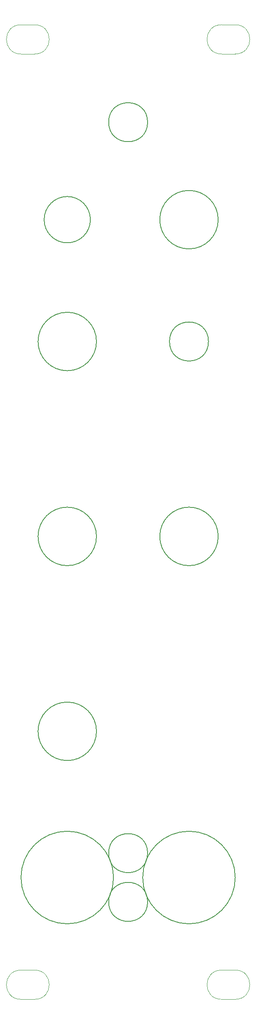
<source format=gbr>
G04 #@! TF.GenerationSoftware,KiCad,Pcbnew,6.0.2-378541a8eb~116~ubuntu20.04.1*
G04 #@! TF.CreationDate,2022-03-12T15:32:27-05:00*
G04 #@! TF.ProjectId,irinput_panel,6972696e-7075-4745-9f70-616e656c2e6b,rev?*
G04 #@! TF.SameCoordinates,Original*
G04 #@! TF.FileFunction,Other,Comment*
%FSLAX46Y46*%
G04 Gerber Fmt 4.6, Leading zero omitted, Abs format (unit mm)*
G04 Created by KiCad (PCBNEW 6.0.2-378541a8eb~116~ubuntu20.04.1) date 2022-03-12 15:32:27*
%MOMM*%
%LPD*%
G01*
G04 APERTURE LIST*
%ADD10C,0.150000*%
%ADD11C,0.120000*%
G04 APERTURE END LIST*
D10*
G04 #@! TO.C,H7*
X22100000Y-112600000D02*
G75*
G03*
X22100000Y-112600000I-6000000J0D01*
G01*
G04 #@! TO.C,H4*
X22100000Y-152600000D02*
G75*
G03*
X22100000Y-152600000I-6000000J0D01*
G01*
G04 #@! TO.C,H1*
X25600000Y-182600000D02*
G75*
G03*
X25600000Y-182600000I-9500000J0D01*
G01*
G04 #@! TO.C,H8*
X32600000Y-27600000D02*
G75*
G03*
X32600000Y-27600000I-4000000J0D01*
G01*
G04 #@! TO.C,H2*
X50600000Y-182600000D02*
G75*
G03*
X50600000Y-182600000I-9500000J0D01*
G01*
G04 #@! TO.C,H3*
X20850000Y-47600000D02*
G75*
G03*
X20850000Y-47600000I-4750000J0D01*
G01*
G04 #@! TO.C,H5*
X22100000Y-72600000D02*
G75*
G03*
X22100000Y-72600000I-6000000J0D01*
G01*
G04 #@! TO.C,H9*
X32600000Y-187600000D02*
G75*
G03*
X32600000Y-187600000I-4000000J0D01*
G01*
G04 #@! TO.C,H12*
X47100000Y-47600000D02*
G75*
G03*
X47100000Y-47600000I-6000000J0D01*
G01*
D11*
G04 #@! TO.C,H14*
X6600000Y-201600000D02*
X9400000Y-201600000D01*
X6600000Y-7600000D02*
X9400000Y-7600000D01*
X6600000Y-207600000D02*
X9400000Y-207600000D01*
X6600000Y-13600000D02*
X9400000Y-13600000D01*
X6600000Y-7600000D02*
G75*
G03*
X6600000Y-13600000I0J-3000000D01*
G01*
X6600000Y-201600000D02*
G75*
G03*
X6600000Y-207600000I0J-3000000D01*
G01*
X9400000Y-13600000D02*
G75*
G03*
X9400000Y-7600000I0J3000000D01*
G01*
X9400000Y-207600000D02*
G75*
G03*
X9400000Y-201600000I0J3000000D01*
G01*
D10*
G04 #@! TO.C,H6*
X47100000Y-112600000D02*
G75*
G03*
X47100000Y-112600000I-6000000J0D01*
G01*
G04 #@! TO.C,H10*
X32600000Y-177600000D02*
G75*
G03*
X32600000Y-177600000I-4000000J0D01*
G01*
G04 #@! TO.C,H11*
X45100000Y-72600000D02*
G75*
G03*
X45100000Y-72600000I-4000000J0D01*
G01*
D11*
G04 #@! TO.C,H13*
X50600000Y-201600000D02*
X47800000Y-201600000D01*
X50600000Y-13600000D02*
X47800000Y-13600000D01*
X50600000Y-7600000D02*
X47800000Y-7600000D01*
X50600000Y-207600000D02*
X47800000Y-207600000D01*
X50600000Y-13600000D02*
G75*
G03*
X50600000Y-7600000I0J3000000D01*
G01*
X47800000Y-7600000D02*
G75*
G03*
X47800000Y-13600000I0J-3000000D01*
G01*
X50600000Y-207600000D02*
G75*
G03*
X50600000Y-201600000I0J3000000D01*
G01*
X47800000Y-201600000D02*
G75*
G03*
X47800000Y-207600000I0J-3000000D01*
G01*
G04 #@! TD*
M02*

</source>
